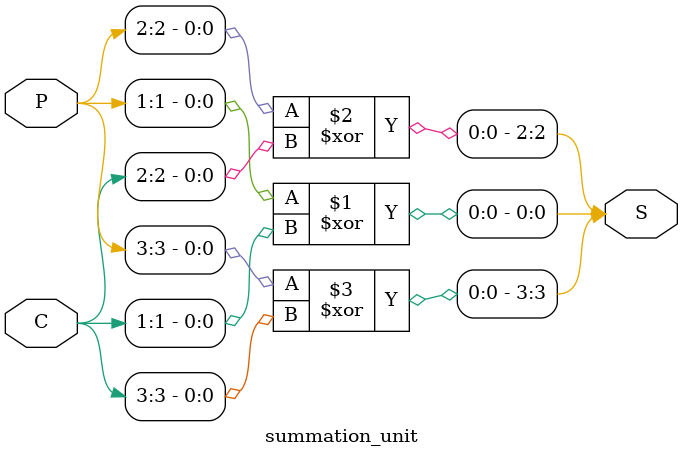
<source format=v>

module summation_unit (S, P, C);

  // Ports are wires becasue we will use dataflow
  output wire [3:0] S; // sum vector
  input wire [3:0] P, C;

  assign  S[0] = P[1] ^ C[1];
  assign  S[2] = P[2] ^ C[2];
  assign  S[3] = P[3] ^ C[3];
  assign  S[4] = P[4] ^ C[4];

endmodule // summation_unit

</source>
